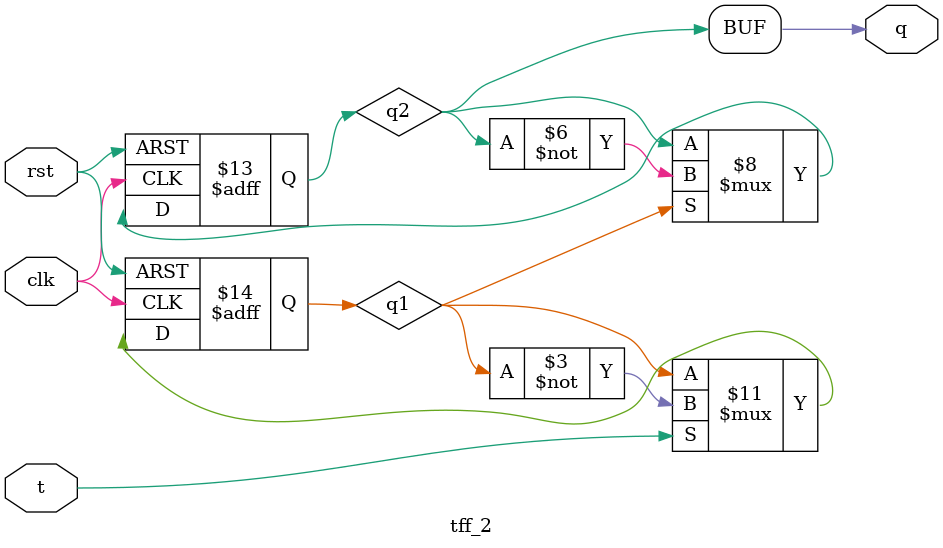
<source format=v>
`timescale 1ps/1ps

module tff_2 (
    input wire t,
    input  clk,
    input  rst,
    output wire q

);


reg q1;
reg q2;


always @(posedge clk or negedge rst) begin
    if (!rst) begin
        q1 <= 0;        
    end else if(t)begin
        q1 <= ~q1;
    end else begin
        q1 <= q1;
    end    
end

always @(posedge clk or negedge rst) begin
    if (!rst) begin
        q2 <= 0;        
    end else if(q1)begin
        q2 <= ~q2;
    end else begin
        q2 <= q2;
    end    
end
assign q = q2;






    
endmodule

</source>
